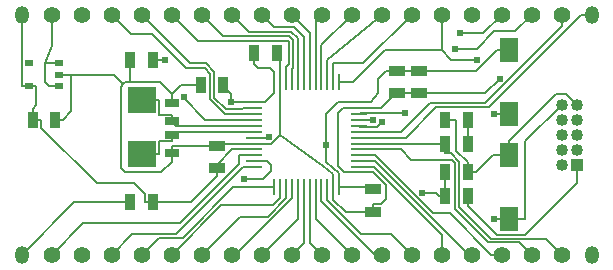
<source format=gtl>
G04 (created by PCBNEW-RS274X (2012-01-19 BZR 3256)-stable) date 24/08/2012 17:37:12*
G01*
G70*
G90*
%MOIN*%
G04 Gerber Fmt 3.4, Leading zero omitted, Abs format*
%FSLAX34Y34*%
G04 APERTURE LIST*
%ADD10C,0.006000*%
%ADD11R,0.094500X0.086600*%
%ADD12R,0.063000X0.078700*%
%ADD13R,0.030000X0.020000*%
%ADD14R,0.035000X0.055000*%
%ADD15R,0.055000X0.035000*%
%ADD16R,0.045000X0.025000*%
%ADD17C,0.055000*%
%ADD18O,0.047200X0.059100*%
%ADD19R,0.055000X0.010500*%
%ADD20R,0.010500X0.055000*%
%ADD21R,0.040000X0.040000*%
%ADD22C,0.040000*%
%ADD23C,0.024000*%
G04 APERTURE END LIST*
G54D10*
G54D11*
X04343Y05656D03*
X04343Y03844D03*
G54D12*
X16593Y05187D03*
X16593Y07313D03*
X16593Y03813D03*
X16593Y01687D03*
G54D13*
X01593Y06125D03*
X01593Y06875D03*
X00593Y06125D03*
X01593Y06500D03*
X00593Y06875D03*
G54D14*
X00718Y05000D03*
X01468Y05000D03*
G54D15*
X12843Y06625D03*
X12843Y05875D03*
X13583Y06625D03*
X13583Y05875D03*
X12043Y02675D03*
X12043Y01925D03*
X06843Y03375D03*
X06843Y04125D03*
G54D14*
X07058Y06140D03*
X06308Y06140D03*
X08098Y07210D03*
X08848Y07210D03*
X14468Y03250D03*
X15218Y03250D03*
X15218Y02450D03*
X14468Y02450D03*
X04718Y07000D03*
X03968Y07000D03*
X04718Y02250D03*
X03968Y02250D03*
G54D16*
X05343Y04950D03*
X05343Y05550D03*
X05343Y04500D03*
X05343Y03900D03*
G54D17*
X04343Y00500D03*
X09343Y08500D03*
X08343Y08500D03*
X06343Y08500D03*
X05343Y08500D03*
X12343Y00500D03*
X13343Y00500D03*
X14343Y00500D03*
X15343Y00500D03*
X16343Y00500D03*
X17343Y00500D03*
X10343Y08500D03*
X03343Y00500D03*
X02343Y00500D03*
X01343Y00500D03*
X02343Y08500D03*
X03343Y08500D03*
G54D18*
X00343Y00500D03*
G54D17*
X13343Y08500D03*
X06343Y00500D03*
X07343Y00500D03*
X08343Y00500D03*
X18343Y00500D03*
G54D18*
X19343Y08500D03*
G54D17*
X18343Y08500D03*
X17343Y08500D03*
X16343Y08500D03*
X15343Y08500D03*
X14343Y08500D03*
X05343Y00500D03*
G54D18*
X19343Y00500D03*
X00343Y08500D03*
G54D17*
X04343Y08500D03*
X07343Y08500D03*
X09343Y00500D03*
X10343Y00500D03*
X11343Y00500D03*
X12343Y08500D03*
X11343Y08500D03*
G54D19*
X08093Y05584D03*
G54D20*
X08759Y02750D03*
G54D19*
X11593Y03416D03*
G54D20*
X10927Y06250D03*
G54D19*
X08093Y05387D03*
G54D20*
X08956Y02750D03*
G54D19*
X11593Y03613D03*
G54D20*
X10730Y06250D03*
G54D19*
X08093Y05190D03*
G54D20*
X09153Y02750D03*
G54D19*
X11593Y03810D03*
G54D20*
X10533Y06250D03*
G54D19*
X08093Y04993D03*
G54D20*
X09350Y02750D03*
G54D19*
X11593Y04007D03*
G54D20*
X10336Y06250D03*
G54D19*
X08093Y04796D03*
G54D20*
X09547Y02750D03*
G54D19*
X11593Y04204D03*
G54D20*
X10139Y06250D03*
G54D19*
X08093Y04599D03*
G54D20*
X09744Y02750D03*
G54D19*
X11593Y04401D03*
G54D20*
X09942Y06250D03*
G54D19*
X08093Y04402D03*
G54D20*
X09941Y02750D03*
G54D19*
X11593Y04598D03*
G54D20*
X09745Y06250D03*
G54D19*
X08093Y04205D03*
G54D20*
X10138Y02750D03*
G54D19*
X11593Y04795D03*
G54D20*
X09548Y06250D03*
G54D19*
X08093Y04008D03*
G54D20*
X10335Y02750D03*
G54D19*
X11593Y04992D03*
G54D20*
X09351Y06250D03*
G54D19*
X08093Y03811D03*
G54D20*
X10532Y02750D03*
G54D19*
X11593Y05189D03*
G54D20*
X09154Y06250D03*
G54D19*
X08093Y03614D03*
G54D20*
X10729Y02750D03*
G54D19*
X11593Y05386D03*
G54D20*
X08957Y06250D03*
G54D19*
X08093Y03417D03*
G54D20*
X10926Y02750D03*
G54D19*
X11593Y05583D03*
G54D20*
X08760Y06250D03*
G54D14*
X15218Y05000D03*
X14468Y05000D03*
X14468Y04200D03*
X15218Y04200D03*
G54D17*
X01343Y08500D03*
G54D21*
X18843Y03500D03*
G54D22*
X18343Y03500D03*
X18843Y04000D03*
X18343Y04000D03*
X18843Y04500D03*
X18343Y04500D03*
X18843Y05000D03*
X18343Y05000D03*
X18843Y05500D03*
X18343Y05500D03*
G54D23*
X05127Y06978D03*
X16094Y05187D03*
X13690Y02547D03*
X15518Y06990D03*
X13117Y05221D03*
X16090Y01687D03*
X08575Y04416D03*
X16284Y06361D03*
X12059Y04992D03*
X14943Y07876D03*
X12367Y04932D03*
X14799Y07364D03*
X07769Y03023D03*
X05740Y05770D03*
X10503Y04140D03*
X07329Y05584D03*
G54D10*
X16593Y05187D02*
X16094Y05187D01*
X07343Y08500D02*
X07907Y07936D01*
X07907Y07936D02*
X09327Y07936D01*
X09548Y07715D02*
X09548Y06250D01*
X05008Y06978D02*
X04986Y07000D01*
X05127Y06978D02*
X05008Y06978D01*
X09327Y07936D02*
X09548Y07715D01*
X04718Y07000D02*
X04986Y07000D01*
X10138Y02750D02*
X10138Y01705D01*
X14153Y02547D02*
X13690Y02547D01*
X14468Y02450D02*
X14468Y03250D01*
X14468Y02450D02*
X14243Y02450D01*
X10138Y01705D02*
X11343Y00500D01*
X14243Y02450D02*
X14153Y02547D01*
X14468Y04200D02*
X14468Y03882D01*
X14642Y03882D02*
X14468Y03882D01*
X14936Y03588D02*
X14642Y03882D01*
X14936Y02102D02*
X14936Y03588D01*
X16003Y01035D02*
X14936Y02102D01*
X17808Y01035D02*
X16003Y01035D01*
X18343Y00500D02*
X17808Y01035D01*
X14154Y04204D02*
X14243Y04200D01*
X11593Y04204D02*
X14154Y04204D01*
X14468Y04200D02*
X14243Y04200D01*
X14343Y08500D02*
X14343Y07309D01*
X14662Y06990D02*
X15518Y06990D01*
X12442Y07309D02*
X11383Y06250D01*
X11383Y06250D02*
X10927Y06250D01*
X14343Y07309D02*
X12442Y07309D01*
X14343Y07309D02*
X14662Y06990D01*
X11625Y05221D02*
X13117Y05221D01*
X11593Y05189D02*
X11625Y05221D01*
X16593Y01687D02*
X16090Y01687D01*
X17123Y01687D02*
X17123Y04280D01*
X08093Y04402D02*
X08461Y04402D01*
X17123Y04280D02*
X18343Y05500D01*
X00343Y00500D02*
X02093Y02250D01*
X02093Y02250D02*
X03968Y02250D01*
X08475Y04416D02*
X08575Y04416D01*
X16593Y01687D02*
X17123Y01687D01*
X08461Y04402D02*
X08475Y04416D01*
X06308Y06140D02*
X05643Y06140D01*
X05643Y06140D02*
X05343Y05840D01*
X12043Y02193D02*
X12311Y02193D01*
X08663Y04203D02*
X08463Y04203D01*
X15218Y03573D02*
X15218Y03250D01*
X08093Y04205D02*
X08461Y04205D01*
X18483Y05860D02*
X18154Y05860D01*
X14836Y05000D02*
X14836Y03955D01*
X08957Y04497D02*
X08957Y06250D01*
X01468Y05000D02*
X01736Y05000D01*
X12311Y02193D02*
X12473Y02355D01*
X12473Y02355D02*
X12473Y02827D01*
X12473Y02827D02*
X12042Y03258D01*
X12042Y03258D02*
X11103Y03258D01*
X11103Y03258D02*
X10873Y03470D01*
X10873Y03470D02*
X10873Y05221D01*
X10873Y05221D02*
X11041Y05386D01*
X08093Y04205D02*
X06923Y04205D01*
X03728Y06185D02*
X03793Y06250D01*
X10729Y02334D02*
X11138Y01925D01*
X08957Y04497D02*
X08663Y04203D01*
X15798Y05875D02*
X16284Y06361D01*
X18843Y05500D02*
X18483Y05860D01*
X10393Y03440D02*
X08957Y04497D01*
X18154Y05860D02*
X16593Y04299D01*
X13583Y05875D02*
X15798Y05875D01*
X10723Y03180D02*
X10393Y03440D01*
X16593Y03813D02*
X16593Y04299D01*
X12043Y01925D02*
X12043Y02193D01*
X15218Y03250D02*
X15486Y03250D01*
X11138Y01925D02*
X12043Y01925D01*
X14468Y05000D02*
X14836Y05000D01*
X01736Y05000D02*
X01993Y05290D01*
X14836Y03955D02*
X15218Y03573D01*
X12843Y05875D02*
X13583Y05875D01*
X10729Y02750D02*
X10723Y03180D01*
X10729Y02750D02*
X10729Y02334D01*
X03413Y06500D02*
X01993Y06500D01*
X03793Y03250D02*
X03643Y03400D01*
X03643Y03400D02*
X03643Y06100D01*
X03643Y06100D02*
X03728Y06185D01*
X11593Y05386D02*
X11041Y05386D01*
X08957Y07239D02*
X08848Y07210D01*
X05343Y03900D02*
X05343Y03600D01*
X06475Y04125D02*
X06468Y04118D01*
X11593Y05386D02*
X12329Y05386D01*
X01593Y06500D02*
X01993Y06500D01*
X06468Y04118D02*
X05343Y04118D01*
X06923Y04205D02*
X06843Y04125D01*
X08957Y06250D02*
X08957Y07239D01*
X08463Y04203D02*
X08461Y04205D01*
X05343Y05850D02*
X05343Y05840D01*
X05343Y05840D02*
X05343Y05550D01*
X03968Y06250D02*
X04943Y06250D01*
X04943Y06250D02*
X05343Y05850D01*
X04993Y03250D02*
X03793Y03250D01*
X12818Y05875D02*
X12843Y05875D01*
X16593Y03813D02*
X16049Y03813D01*
X12329Y05386D02*
X12818Y05875D01*
X05343Y03900D02*
X05343Y04118D01*
X03968Y07000D02*
X03968Y06250D01*
X16049Y03813D02*
X15486Y03250D01*
X01993Y05290D02*
X01993Y06500D01*
X03728Y06185D02*
X03413Y06500D01*
X06843Y04125D02*
X06475Y04125D01*
X05343Y03600D02*
X04993Y03250D01*
X03793Y06250D02*
X03968Y06250D01*
X08093Y03417D02*
X07725Y03417D01*
X04033Y01190D02*
X03343Y00500D01*
X05498Y01190D02*
X04033Y01190D01*
X07725Y03417D02*
X05498Y01190D01*
X06994Y02155D02*
X08727Y02151D01*
X05343Y00500D02*
X06994Y02155D01*
X08727Y02151D02*
X08956Y02382D01*
X08956Y02750D02*
X08956Y02382D01*
X08748Y08095D02*
X08343Y08500D01*
X09745Y06250D02*
X09745Y07764D01*
X09745Y07764D02*
X09414Y08095D01*
X09414Y08095D02*
X08748Y08095D01*
X11593Y04992D02*
X12059Y04992D01*
X16343Y08500D02*
X15719Y07876D01*
X15719Y07876D02*
X14943Y07876D01*
X07395Y02750D02*
X05711Y01066D01*
X08759Y02750D02*
X07395Y02750D01*
X04909Y01066D02*
X04343Y00500D01*
X05711Y01066D02*
X04909Y01066D01*
X11593Y04795D02*
X11627Y04761D01*
X11627Y04761D02*
X12196Y04761D01*
X16783Y07940D02*
X17343Y08500D01*
X15527Y07364D02*
X16103Y07940D01*
X15527Y07364D02*
X14799Y07364D01*
X16103Y07940D02*
X16783Y07940D01*
X12196Y04761D02*
X12367Y04932D01*
X10532Y02750D02*
X10532Y02326D01*
X12647Y01196D02*
X13343Y00500D01*
X10532Y02326D02*
X11662Y01196D01*
X11662Y01196D02*
X12647Y01196D01*
X13961Y05558D02*
X15783Y05558D01*
X13001Y04598D02*
X13961Y05558D01*
X15783Y05558D02*
X18343Y08118D01*
X11593Y04598D02*
X13001Y04598D01*
X18343Y08118D02*
X18343Y08500D01*
X10335Y02279D02*
X10335Y02750D01*
X12114Y00500D02*
X10335Y02279D01*
X12343Y00500D02*
X12114Y00500D01*
X08533Y03620D02*
X08663Y03500D01*
X08093Y03614D02*
X08533Y03620D01*
X08386Y03023D02*
X07769Y03023D01*
X08663Y03500D02*
X08663Y03300D01*
X08663Y03300D02*
X08386Y03023D01*
X18985Y08500D02*
X19343Y08500D01*
X15904Y05419D02*
X18985Y08500D01*
X14169Y05419D02*
X15904Y05419D01*
X13151Y04401D02*
X14169Y05419D01*
X11593Y04401D02*
X13151Y04401D01*
X02387Y01545D02*
X02387Y01544D01*
X07603Y03538D02*
X05610Y01545D01*
X07603Y03811D02*
X07603Y03538D01*
X08093Y03811D02*
X07603Y03811D01*
X02387Y01544D02*
X01343Y00500D01*
X05610Y01545D02*
X02387Y01545D01*
X16000Y00500D02*
X16343Y00500D01*
X14618Y01882D02*
X16000Y00500D01*
X14047Y01882D02*
X14618Y01882D01*
X12119Y03810D02*
X14047Y01882D01*
X11593Y03810D02*
X12119Y03810D01*
X10730Y06250D02*
X10730Y06880D01*
X11723Y06880D02*
X13343Y08500D01*
X10730Y06880D02*
X11723Y06880D01*
X14787Y02026D02*
X15902Y00911D01*
X11593Y04007D02*
X12979Y04007D01*
X15902Y00911D02*
X16932Y00911D01*
X16932Y00911D02*
X17343Y00500D01*
X14787Y03562D02*
X14787Y02026D01*
X14689Y03660D02*
X14787Y03562D01*
X13326Y03660D02*
X14689Y03660D01*
X12979Y04007D02*
X13326Y03660D01*
X09547Y02750D02*
X09547Y01704D01*
X09547Y01704D02*
X08343Y00500D01*
X09237Y07603D02*
X09221Y07619D01*
X09154Y06250D02*
X09154Y06762D01*
X09154Y06762D02*
X09237Y06845D01*
X09221Y07619D02*
X06224Y07619D01*
X06224Y07619D02*
X05343Y08500D01*
X09237Y06845D02*
X09237Y07603D01*
X11593Y03613D02*
X12130Y03613D01*
X15243Y00500D02*
X15343Y00500D01*
X12130Y03613D02*
X15243Y00500D01*
X09350Y02381D02*
X07469Y00500D01*
X09350Y02750D02*
X09350Y02381D01*
X07469Y00500D02*
X07343Y00500D01*
X07055Y07788D02*
X09256Y07788D01*
X09403Y06737D02*
X09351Y06685D01*
X09351Y06250D02*
X09351Y06685D01*
X09256Y07788D02*
X09403Y07641D01*
X09403Y07641D02*
X09403Y06737D01*
X06343Y08500D02*
X07055Y07788D01*
X14343Y01170D02*
X14343Y00500D01*
X12097Y03416D02*
X14343Y01170D01*
X11593Y03416D02*
X12097Y03416D01*
X07613Y01770D02*
X08541Y01770D01*
X06343Y00500D02*
X07613Y01770D01*
X09153Y02750D02*
X09153Y02382D01*
X08541Y01770D02*
X09153Y02382D01*
X09744Y00901D02*
X09343Y00500D01*
X09744Y02750D02*
X09744Y00901D01*
X09941Y00902D02*
X10343Y00500D01*
X09941Y02750D02*
X09941Y00902D01*
X10533Y06250D02*
X10533Y06988D01*
X10533Y06988D02*
X12343Y08500D01*
X10336Y07493D02*
X11343Y08500D01*
X10336Y06250D02*
X10336Y07493D01*
X09942Y06250D02*
X09942Y07901D01*
X09942Y07901D02*
X09343Y08500D01*
X10139Y06250D02*
X10139Y08296D01*
X10139Y08296D02*
X10343Y08500D01*
X08093Y04993D02*
X06463Y04993D01*
X05740Y05716D02*
X05740Y05770D01*
X06463Y04993D02*
X05740Y05716D01*
X08093Y05190D02*
X07123Y05190D01*
X04693Y07860D02*
X04696Y07860D01*
X04693Y07860D02*
X03983Y07860D01*
X03983Y07860D02*
X03343Y08500D01*
X04696Y07860D02*
X05836Y06720D01*
X06443Y06720D02*
X05836Y06720D01*
X06633Y06530D02*
X06443Y06720D01*
X06633Y05680D02*
X06633Y06530D01*
X07123Y05190D02*
X06633Y05680D01*
X07688Y05350D02*
X07143Y05350D01*
X07725Y05387D02*
X07688Y05350D01*
X04343Y08500D02*
X05953Y06890D01*
X07725Y05387D02*
X08093Y05387D01*
X06473Y06890D02*
X05953Y06890D01*
X06763Y06600D02*
X06473Y06890D01*
X06763Y05730D02*
X06763Y06600D01*
X07143Y05350D02*
X06763Y05730D01*
X05343Y04500D02*
X05343Y04282D01*
X05343Y04282D02*
X04925Y04282D01*
X04343Y03844D02*
X04909Y03844D01*
X04925Y04282D02*
X04909Y04266D01*
X05442Y04599D02*
X05343Y04500D01*
X08093Y04599D02*
X05442Y04599D01*
X04909Y04266D02*
X04909Y03844D01*
X05343Y05168D02*
X04925Y05168D01*
X04925Y05168D02*
X04909Y05184D01*
X04909Y05184D02*
X04909Y05656D01*
X05497Y04796D02*
X05343Y04950D01*
X04343Y05656D02*
X04909Y05656D01*
X05343Y04950D02*
X05343Y05168D01*
X08093Y04796D02*
X05497Y04796D01*
X15218Y04200D02*
X15218Y05000D01*
X07329Y05584D02*
X07329Y05869D01*
X07329Y05869D02*
X07058Y06140D01*
X00986Y04732D02*
X02845Y02873D01*
X00718Y05000D02*
X00986Y05000D01*
X10503Y05174D02*
X10875Y05584D01*
X12843Y06625D02*
X13583Y06625D01*
X08760Y06583D02*
X08623Y06720D01*
X08461Y05584D02*
X08759Y05882D01*
X04718Y02250D02*
X04450Y02250D01*
X16593Y07313D02*
X16185Y07313D01*
X10926Y02750D02*
X10926Y03218D01*
X15218Y02450D02*
X15218Y02132D01*
X10503Y03588D02*
X10503Y04140D01*
X10875Y05584D02*
X11593Y05583D01*
X00986Y05000D02*
X00986Y04732D01*
X10926Y03218D02*
X10503Y03588D01*
X11593Y05583D02*
X11995Y05583D01*
X08093Y05584D02*
X07329Y05584D01*
X00593Y06125D02*
X00836Y06125D01*
X10926Y02750D02*
X11968Y02750D01*
X08759Y05882D02*
X08760Y05882D01*
X08093Y05584D02*
X08461Y05584D01*
X15218Y02132D02*
X16192Y01158D01*
X13583Y06625D02*
X15497Y06625D01*
X10503Y04140D02*
X10503Y05174D01*
X15497Y06625D02*
X16185Y07313D01*
X00836Y05486D02*
X00836Y06125D01*
X00593Y06125D02*
X00350Y06125D01*
X00718Y05000D02*
X00718Y05368D01*
X17121Y01158D02*
X18843Y02880D01*
X12213Y06368D02*
X12478Y06625D01*
X18843Y02880D02*
X18843Y03500D01*
X04450Y02518D02*
X04450Y02250D01*
X12478Y06625D02*
X12843Y06625D01*
X00343Y06132D02*
X00350Y06125D01*
X06843Y03375D02*
X06843Y03107D01*
X08223Y06720D02*
X08098Y06845D01*
X06843Y03500D02*
X06843Y03375D01*
X06843Y03107D02*
X05986Y02250D01*
X08098Y06845D02*
X08098Y07210D01*
X00718Y05368D02*
X00836Y05486D01*
X08093Y04008D02*
X07351Y04008D01*
X11968Y02750D02*
X12043Y02675D01*
X12213Y05888D02*
X12213Y06368D01*
X08623Y06720D02*
X08223Y06720D01*
X05986Y02250D02*
X04718Y02250D01*
X08760Y06250D02*
X08760Y06583D01*
X08760Y06250D02*
X08760Y05882D01*
X07351Y04008D02*
X06843Y03500D01*
X04095Y02873D02*
X04450Y02518D01*
X02845Y02873D02*
X04095Y02873D01*
X00343Y08500D02*
X00343Y06132D01*
X11995Y05583D02*
X12213Y05888D01*
X16192Y01158D02*
X17121Y01158D01*
X01353Y07440D02*
X01134Y06880D01*
X01343Y08500D02*
X01353Y07440D01*
X01593Y06875D02*
X01381Y06875D01*
X01381Y06875D02*
X01134Y06880D01*
X01134Y06880D02*
X01133Y06260D01*
X01593Y06125D02*
X01243Y06129D01*
X01243Y06129D02*
X01133Y06260D01*
M02*

</source>
